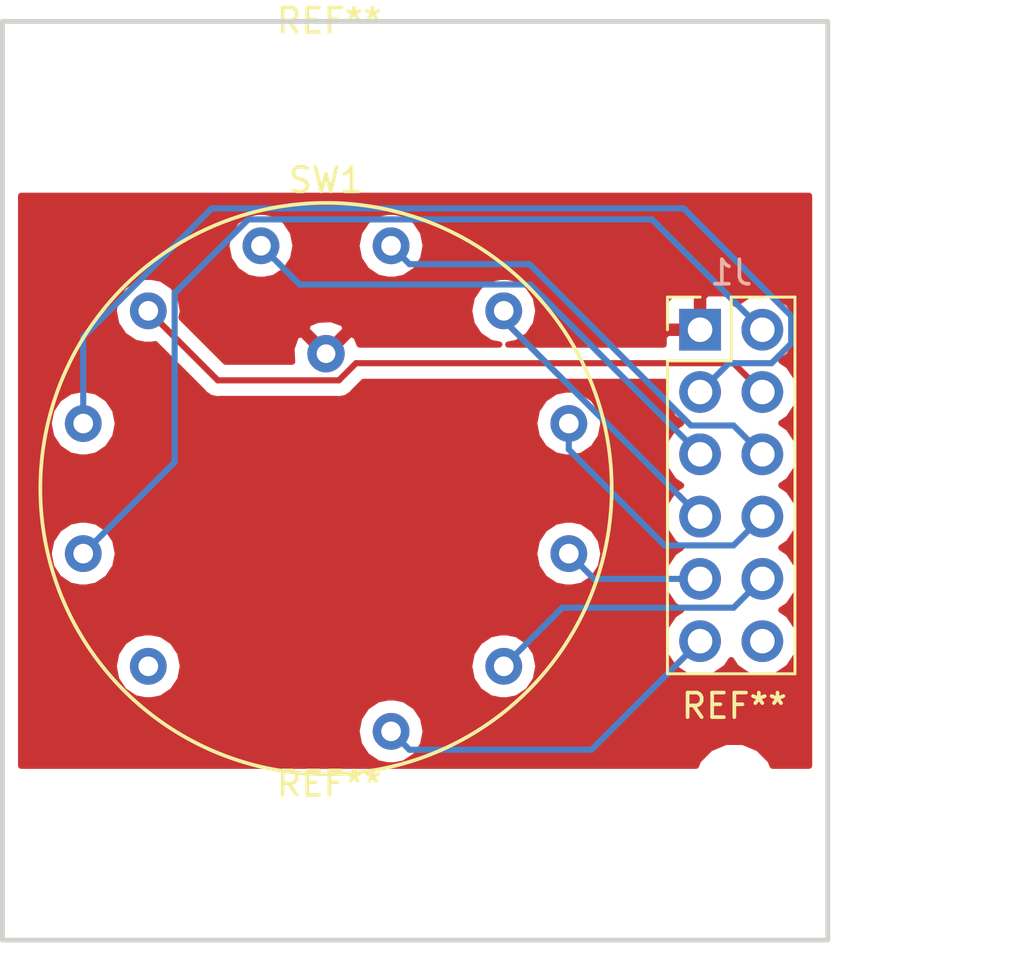
<source format=kicad_pcb>
(kicad_pcb (version 20171130) (host pcbnew "(5.0.1)-4")

  (general
    (thickness 1.6)
    (drawings 5)
    (tracks 47)
    (zones 0)
    (modules 5)
    (nets 14)
  )

  (page A4)
  (layers
    (0 F.Cu signal)
    (31 B.Cu signal)
    (32 B.Adhes user)
    (33 F.Adhes user)
    (34 B.Paste user)
    (35 F.Paste user)
    (36 B.SilkS user)
    (37 F.SilkS user)
    (38 B.Mask user)
    (39 F.Mask user)
    (40 Dwgs.User user)
    (41 Cmts.User user)
    (42 Eco1.User user)
    (43 Eco2.User user)
    (44 Edge.Cuts user)
    (45 Margin user)
    (46 B.CrtYd user)
    (47 F.CrtYd user)
    (48 B.Fab user)
    (49 F.Fab user)
  )

  (setup
    (last_trace_width 0.25)
    (trace_clearance 0.2)
    (zone_clearance 0.508)
    (zone_45_only no)
    (trace_min 0.2)
    (segment_width 0.2)
    (edge_width 0.15)
    (via_size 0.8)
    (via_drill 0.4)
    (via_min_size 0.4)
    (via_min_drill 0.3)
    (uvia_size 0.3)
    (uvia_drill 0.1)
    (uvias_allowed no)
    (uvia_min_size 0.2)
    (uvia_min_drill 0.1)
    (pcb_text_width 0.3)
    (pcb_text_size 1.5 1.5)
    (mod_edge_width 0.15)
    (mod_text_size 1 1)
    (mod_text_width 0.15)
    (pad_size 1.524 1.524)
    (pad_drill 0.762)
    (pad_to_mask_clearance 0.051)
    (solder_mask_min_width 0.25)
    (aux_axis_origin 0 0)
    (visible_elements FFFFFF7F)
    (pcbplotparams
      (layerselection 0x010fc_ffffffff)
      (usegerberextensions false)
      (usegerberattributes false)
      (usegerberadvancedattributes false)
      (creategerberjobfile false)
      (excludeedgelayer true)
      (linewidth 0.100000)
      (plotframeref false)
      (viasonmask false)
      (mode 1)
      (useauxorigin false)
      (hpglpennumber 1)
      (hpglpenspeed 20)
      (hpglpendiameter 15.000000)
      (psnegative false)
      (psa4output false)
      (plotreference true)
      (plotvalue true)
      (plotinvisibletext false)
      (padsonsilk false)
      (subtractmaskfromsilk false)
      (outputformat 1)
      (mirror false)
      (drillshape 0)
      (scaleselection 1)
      (outputdirectory ""))
  )

  (net 0 "")
  (net 1 "Net-(J1-Pad1)")
  (net 2 "Net-(J1-Pad2)")
  (net 3 "Net-(J1-Pad3)")
  (net 4 "Net-(J1-Pad4)")
  (net 5 "Net-(J1-Pad5)")
  (net 6 "Net-(J1-Pad6)")
  (net 7 "Net-(J1-Pad7)")
  (net 8 "Net-(J1-Pad8)")
  (net 9 "Net-(J1-Pad9)")
  (net 10 "Net-(J1-Pad10)")
  (net 11 "Net-(J1-Pad11)")
  (net 12 "Net-(J1-Pad12)")
  (net 13 "Net-(SW1-Pad1)")

  (net_class Default "This is the default net class."
    (clearance 0.2)
    (trace_width 0.25)
    (via_dia 0.8)
    (via_drill 0.4)
    (uvia_dia 0.3)
    (uvia_drill 0.1)
    (add_net "Net-(J1-Pad1)")
    (add_net "Net-(J1-Pad10)")
    (add_net "Net-(J1-Pad11)")
    (add_net "Net-(J1-Pad12)")
    (add_net "Net-(J1-Pad2)")
    (add_net "Net-(J1-Pad3)")
    (add_net "Net-(J1-Pad4)")
    (add_net "Net-(J1-Pad5)")
    (add_net "Net-(J1-Pad6)")
    (add_net "Net-(J1-Pad7)")
    (add_net "Net-(J1-Pad8)")
    (add_net "Net-(J1-Pad9)")
    (add_net "Net-(SW1-Pad1)")
  )

  (module MountingHole:MountingHole_2.2mm_M2 (layer F.Cu) (tedit 56D1B4CB) (tstamp 5C590D62)
    (at 117.475 63.5)
    (descr "Mounting Hole 2.2mm, no annular, M2")
    (tags "mounting hole 2.2mm no annular m2")
    (attr virtual)
    (fp_text reference REF** (at 0 -3.2) (layer F.SilkS)
      (effects (font (size 1 1) (thickness 0.15)))
    )
    (fp_text value MountingHole_2.2mm_M2 (at 0 3.2) (layer F.Fab)
      (effects (font (size 1 1) (thickness 0.15)))
    )
    (fp_circle (center 0 0) (end 2.45 0) (layer F.CrtYd) (width 0.05))
    (fp_circle (center 0 0) (end 2.2 0) (layer Cmts.User) (width 0.15))
    (fp_text user %R (at 0.3 0) (layer F.Fab)
      (effects (font (size 1 1) (thickness 0.15)))
    )
    (pad 1 np_thru_hole circle (at 0 0) (size 2.2 2.2) (drill 2.2) (layers *.Cu *.Mask))
  )

  (module MountingHole:MountingHole_2.2mm_M2 (layer F.Cu) (tedit 56D1B4CB) (tstamp 5C590D54)
    (at 100.965 66.675)
    (descr "Mounting Hole 2.2mm, no annular, M2")
    (tags "mounting hole 2.2mm no annular m2")
    (attr virtual)
    (fp_text reference REF** (at 0 -3.2) (layer F.SilkS)
      (effects (font (size 1 1) (thickness 0.15)))
    )
    (fp_text value MountingHole_2.2mm_M2 (at 0 3.2) (layer F.Fab)
      (effects (font (size 1 1) (thickness 0.15)))
    )
    (fp_text user %R (at 0.3 0) (layer F.Fab)
      (effects (font (size 1 1) (thickness 0.15)))
    )
    (fp_circle (center 0 0) (end 2.2 0) (layer Cmts.User) (width 0.15))
    (fp_circle (center 0 0) (end 2.45 0) (layer F.CrtYd) (width 0.05))
    (pad 1 np_thru_hole circle (at 0 0) (size 2.2 2.2) (drill 2.2) (layers *.Cu *.Mask))
  )

  (module Connector_PinHeader_2.54mm:PinHeader_2x06_P2.54mm_Vertical (layer F.Cu) (tedit 5C40219D) (tstamp 5C590BD5)
    (at 116.078 44.958)
    (descr "Through hole straight pin header, 2x06, 2.54mm pitch, double rows")
    (tags "Through hole pin header THT 2x06 2.54mm double row")
    (path /5C2FCA6E)
    (fp_text reference J1 (at 1.27 -2.33) (layer B.SilkS)
      (effects (font (size 1 1) (thickness 0.15)) (justify mirror))
    )
    (fp_text value Conn_02x06_Counter_Clockwise (at 1.27 15.03) (layer F.Fab)
      (effects (font (size 1 1) (thickness 0.15)))
    )
    (fp_line (start 0 -1.27) (end 3.81 -1.27) (layer F.Fab) (width 0.1))
    (fp_line (start 3.81 -1.27) (end 3.81 13.97) (layer F.Fab) (width 0.1))
    (fp_line (start 3.81 13.97) (end -1.27 13.97) (layer F.Fab) (width 0.1))
    (fp_line (start -1.27 13.97) (end -1.27 0) (layer F.Fab) (width 0.1))
    (fp_line (start -1.27 0) (end 0 -1.27) (layer F.Fab) (width 0.1))
    (fp_line (start -1.33 14.03) (end 3.87 14.03) (layer F.SilkS) (width 0.12))
    (fp_line (start -1.33 1.27) (end -1.33 14.03) (layer F.SilkS) (width 0.12))
    (fp_line (start 3.87 -1.33) (end 3.87 14.03) (layer F.SilkS) (width 0.12))
    (fp_line (start -1.33 1.27) (end 1.27 1.27) (layer F.SilkS) (width 0.12))
    (fp_line (start 1.27 1.27) (end 1.27 -1.33) (layer F.SilkS) (width 0.12))
    (fp_line (start 1.27 -1.33) (end 3.87 -1.33) (layer F.SilkS) (width 0.12))
    (fp_line (start -1.33 0) (end -1.33 -1.33) (layer F.SilkS) (width 0.12))
    (fp_line (start -1.33 -1.33) (end 0 -1.33) (layer F.SilkS) (width 0.12))
    (fp_line (start -1.8 -1.8) (end -1.8 14.5) (layer F.CrtYd) (width 0.05))
    (fp_line (start -1.8 14.5) (end 4.35 14.5) (layer F.CrtYd) (width 0.05))
    (fp_line (start 4.35 14.5) (end 4.35 -1.8) (layer F.CrtYd) (width 0.05))
    (fp_line (start 4.35 -1.8) (end -1.8 -1.8) (layer F.CrtYd) (width 0.05))
    (fp_text user %R (at 1.27 6.35 90) (layer F.Fab)
      (effects (font (size 1 1) (thickness 0.15)))
    )
    (pad 1 thru_hole rect (at 0 0) (size 1.7 1.7) (drill 1) (layers *.Cu *.Mask)
      (net 1 "Net-(J1-Pad1)"))
    (pad 2 thru_hole oval (at 2.54 0) (size 1.7 1.7) (drill 1) (layers *.Cu *.Mask)
      (net 2 "Net-(J1-Pad2)"))
    (pad 3 thru_hole oval (at 0 2.54) (size 1.7 1.7) (drill 1) (layers *.Cu *.Mask)
      (net 3 "Net-(J1-Pad3)"))
    (pad 4 thru_hole oval (at 2.54 2.54) (size 1.7 1.7) (drill 1) (layers *.Cu *.Mask)
      (net 4 "Net-(J1-Pad4)"))
    (pad 5 thru_hole oval (at 0 5.08) (size 1.7 1.7) (drill 1) (layers *.Cu *.Mask)
      (net 5 "Net-(J1-Pad5)"))
    (pad 6 thru_hole oval (at 2.54 5.08) (size 1.7 1.7) (drill 1) (layers *.Cu *.Mask)
      (net 6 "Net-(J1-Pad6)"))
    (pad 7 thru_hole oval (at 0 7.62) (size 1.7 1.7) (drill 1) (layers *.Cu *.Mask)
      (net 7 "Net-(J1-Pad7)"))
    (pad 8 thru_hole oval (at 2.54 7.62) (size 1.7 1.7) (drill 1) (layers *.Cu *.Mask)
      (net 8 "Net-(J1-Pad8)"))
    (pad 9 thru_hole oval (at 0 10.16) (size 1.7 1.7) (drill 1) (layers *.Cu *.Mask)
      (net 9 "Net-(J1-Pad9)"))
    (pad 10 thru_hole oval (at 2.54 10.16) (size 1.7 1.7) (drill 1) (layers *.Cu *.Mask)
      (net 10 "Net-(J1-Pad10)"))
    (pad 11 thru_hole oval (at 0 12.7) (size 1.7 1.7) (drill 1) (layers *.Cu *.Mask)
      (net 11 "Net-(J1-Pad11)"))
    (pad 12 thru_hole oval (at 2.54 12.7) (size 1.7 1.7) (drill 1) (layers *.Cu *.Mask)
      (net 12 "Net-(J1-Pad12)"))
    (model ${KISYS3DMOD}/Connector_PinHeader_2.54mm.3dshapes/PinHeader_2x06_P2.54mm_Vertical.wrl
      (at (xyz 0 0 0))
      (scale (xyz 1 1 1))
      (rotate (xyz 0 0 0))
    )
  )

  (module Custom:R25_Rotary (layer F.Cu) (tedit 5C3C2CDF) (tstamp 5C590C29)
    (at 100.825001 51.435)
    (path /5C2D5E26)
    (fp_text reference SW1 (at 0 -12.575) (layer F.SilkS)
      (effects (font (size 1 1) (thickness 0.15)))
    )
    (fp_text value SW_Rotary12 (at 0 12.575) (layer F.Fab)
      (effects (font (size 1 1) (thickness 0.15)))
    )
    (fp_circle (center 0 0) (end 0 11.5) (layer F.Fab) (width 0.15))
    (fp_circle (center 0 0) (end 0 11.65) (layer F.SilkS) (width 0.15))
    (fp_circle (center 0 0) (end 0 11.9) (layer F.CrtYd) (width 0.05))
    (pad 6 thru_hole oval (at 2.652895 -9.900739) (size 1.5 1.5) (drill 0.8) (layers *.Cu *.Mask)
      (net 6 "Net-(J1-Pad6)"))
    (pad 7 thru_hole oval (at 7.247844 -7.247844) (size 1.5 1.5) (drill 0.8) (layers *.Cu *.Mask)
      (net 7 "Net-(J1-Pad7)"))
    (pad 8 thru_hole oval (at 9.900739 -2.652895) (size 1.5 1.5) (drill 0.8) (layers *.Cu *.Mask)
      (net 8 "Net-(J1-Pad8)"))
    (pad 9 thru_hole oval (at 9.900739 2.652895) (size 1.5 1.5) (drill 0.8) (layers *.Cu *.Mask)
      (net 9 "Net-(J1-Pad9)"))
    (pad 10 thru_hole oval (at 7.247844 7.247844) (size 1.5 1.5) (drill 0.8) (layers *.Cu *.Mask)
      (net 10 "Net-(J1-Pad10)"))
    (pad 11 thru_hole oval (at 2.652895 9.900739) (size 1.5 1.5) (drill 0.8) (layers *.Cu *.Mask)
      (net 11 "Net-(J1-Pad11)"))
    (pad 1 thru_hole oval (at -7.247844 7.247844) (size 1.5 1.5) (drill 0.8) (layers *.Cu *.Mask)
      (net 13 "Net-(SW1-Pad1)"))
    (pad 2 thru_hole oval (at -9.900739 2.652895) (size 1.5 1.5) (drill 0.8) (layers *.Cu *.Mask)
      (net 2 "Net-(J1-Pad2)"))
    (pad 3 thru_hole oval (at -9.900739 -2.652895) (size 1.5 1.5) (drill 0.8) (layers *.Cu *.Mask)
      (net 3 "Net-(J1-Pad3)"))
    (pad 4 thru_hole oval (at -7.247844 -7.247844) (size 1.5 1.5) (drill 0.8) (layers *.Cu *.Mask)
      (net 4 "Net-(J1-Pad4)"))
    (pad 5 thru_hole oval (at -2.652895 -9.900739) (size 1.5 1.5) (drill 0.8) (layers *.Cu *.Mask)
      (net 5 "Net-(J1-Pad5)"))
    (pad 13 thru_hole circle (at 0 -5.5) (size 1.524 1.524) (drill 0.762) (layers *.Cu *.Mask)
      (net 1 "Net-(J1-Pad1)"))
  )

  (module MountingHole:MountingHole_2.2mm_M2 (layer F.Cu) (tedit 56D1B4CB) (tstamp 5C590D4B)
    (at 100.965 35.56)
    (descr "Mounting Hole 2.2mm, no annular, M2")
    (tags "mounting hole 2.2mm no annular m2")
    (attr virtual)
    (fp_text reference REF** (at 0 -3.2) (layer F.SilkS)
      (effects (font (size 1 1) (thickness 0.15)))
    )
    (fp_text value MountingHole_2.2mm_M2 (at 0 3.2) (layer F.Fab)
      (effects (font (size 1 1) (thickness 0.15)))
    )
    (fp_circle (center 0 0) (end 2.45 0) (layer F.CrtYd) (width 0.05))
    (fp_circle (center 0 0) (end 2.2 0) (layer Cmts.User) (width 0.15))
    (fp_text user %R (at 0.3 0) (layer F.Fab)
      (effects (font (size 1 1) (thickness 0.15)))
    )
    (pad 1 np_thru_hole circle (at 0 0) (size 2.2 2.2) (drill 2.2) (layers *.Cu *.Mask))
  )

  (gr_line (start 87.63 69.85) (end 87.63 39.37) (layer Edge.Cuts) (width 0.2))
  (gr_line (start 121.285 69.85) (end 87.63 69.85) (layer Edge.Cuts) (width 0.2))
  (gr_line (start 121.285 32.385) (end 121.285 69.85) (layer Edge.Cuts) (width 0.2))
  (gr_line (start 87.63 32.385) (end 121.285 32.385) (layer Edge.Cuts) (width 0.2))
  (gr_line (start 87.63 39.37) (end 87.63 32.385) (layer Edge.Cuts) (width 0.2))

  (segment (start 91.674261 53.337896) (end 90.924262 54.087895) (width 0.25) (layer B.Cu) (net 2))
  (segment (start 94.652158 50.359999) (end 91.674261 53.337896) (width 0.25) (layer B.Cu) (net 2))
  (segment (start 94.652158 43.463207) (end 94.652158 50.359999) (width 0.25) (layer B.Cu) (net 2))
  (segment (start 97.656105 40.45926) (end 94.652158 43.463207) (width 0.25) (layer B.Cu) (net 2))
  (segment (start 114.11926 40.45926) (end 97.656105 40.45926) (width 0.25) (layer B.Cu) (net 2))
  (segment (start 118.618 44.958) (end 114.11926 40.45926) (width 0.25) (layer B.Cu) (net 2))
  (segment (start 96.16406 40.009251) (end 90.924262 45.249049) (width 0.25) (layer B.Cu) (net 3))
  (segment (start 90.924262 45.249049) (end 90.924262 47.721445) (width 0.25) (layer B.Cu) (net 3))
  (segment (start 115.408253 40.009251) (end 96.16406 40.009251) (width 0.25) (layer B.Cu) (net 3))
  (segment (start 119.793001 45.522001) (end 119.793001 44.393999) (width 0.25) (layer B.Cu) (net 3))
  (segment (start 90.924262 47.721445) (end 90.924262 48.782105) (width 0.25) (layer B.Cu) (net 3))
  (segment (start 118.992003 46.322999) (end 119.793001 45.522001) (width 0.25) (layer B.Cu) (net 3))
  (segment (start 117.253001 46.322999) (end 118.992003 46.322999) (width 0.25) (layer B.Cu) (net 3))
  (segment (start 119.793001 44.393999) (end 115.408253 40.009251) (width 0.25) (layer B.Cu) (net 3))
  (segment (start 116.078 47.498) (end 117.253001 46.322999) (width 0.25) (layer B.Cu) (net 3))
  (segment (start 94.327156 44.937155) (end 93.577157 44.187156) (width 0.25) (layer F.Cu) (net 4))
  (segment (start 96.412002 47.022001) (end 94.327156 44.937155) (width 0.25) (layer F.Cu) (net 4))
  (segment (start 101.346762 47.022001) (end 96.412002 47.022001) (width 0.25) (layer F.Cu) (net 4))
  (segment (start 102.045764 46.322999) (end 101.346762 47.022001) (width 0.25) (layer F.Cu) (net 4))
  (segment (start 117.442999 46.322999) (end 102.045764 46.322999) (width 0.25) (layer F.Cu) (net 4))
  (segment (start 118.618 47.498) (end 117.442999 46.322999) (width 0.25) (layer F.Cu) (net 4))
  (segment (start 98.922105 42.28426) (end 98.172106 41.534261) (width 0.25) (layer B.Cu) (net 5))
  (segment (start 99.75 43.112155) (end 98.922105 42.28426) (width 0.25) (layer B.Cu) (net 5))
  (segment (start 109.152155 43.112155) (end 99.75 43.112155) (width 0.25) (layer B.Cu) (net 5))
  (segment (start 116.078 50.038) (end 109.152155 43.112155) (width 0.25) (layer B.Cu) (net 5))
  (segment (start 117.768001 49.188001) (end 118.618 50.038) (width 0.25) (layer B.Cu) (net 6))
  (segment (start 117.442999 48.862999) (end 117.768001 49.188001) (width 0.25) (layer B.Cu) (net 6))
  (segment (start 115.703997 48.862999) (end 117.442999 48.862999) (width 0.25) (layer B.Cu) (net 6))
  (segment (start 109.125258 42.28426) (end 115.703997 48.862999) (width 0.25) (layer B.Cu) (net 6))
  (segment (start 104.227895 42.28426) (end 109.125258 42.28426) (width 0.25) (layer B.Cu) (net 6))
  (segment (start 103.477896 41.534261) (end 104.227895 42.28426) (width 0.25) (layer B.Cu) (net 6))
  (segment (start 108.072845 44.572845) (end 108.072845 44.187156) (width 0.25) (layer B.Cu) (net 7))
  (segment (start 116.078 52.578) (end 108.072845 44.572845) (width 0.25) (layer B.Cu) (net 7))
  (segment (start 110.72574 49.842765) (end 110.72574 48.782105) (width 0.25) (layer B.Cu) (net 8))
  (segment (start 114.635976 53.753001) (end 110.72574 49.842765) (width 0.25) (layer B.Cu) (net 8))
  (segment (start 117.442999 53.753001) (end 114.635976 53.753001) (width 0.25) (layer B.Cu) (net 8))
  (segment (start 118.618 52.578) (end 117.442999 53.753001) (width 0.25) (layer B.Cu) (net 8))
  (segment (start 111.755845 55.118) (end 116.078 55.118) (width 0.25) (layer B.Cu) (net 9))
  (segment (start 110.72574 54.087895) (end 111.755845 55.118) (width 0.25) (layer B.Cu) (net 9))
  (segment (start 108.822844 57.932845) (end 108.072845 58.682844) (width 0.25) (layer B.Cu) (net 10))
  (segment (start 110.462688 56.293001) (end 108.822844 57.932845) (width 0.25) (layer B.Cu) (net 10))
  (segment (start 117.442999 56.293001) (end 110.462688 56.293001) (width 0.25) (layer B.Cu) (net 10))
  (segment (start 118.618 55.118) (end 117.442999 56.293001) (width 0.25) (layer B.Cu) (net 10))
  (segment (start 115.228001 58.507999) (end 116.078 57.658) (width 0.25) (layer B.Cu) (net 11))
  (segment (start 111.650262 62.085738) (end 115.228001 58.507999) (width 0.25) (layer B.Cu) (net 11))
  (segment (start 104.227895 62.085738) (end 111.650262 62.085738) (width 0.25) (layer B.Cu) (net 11))
  (segment (start 103.477896 61.335739) (end 104.227895 62.085738) (width 0.25) (layer B.Cu) (net 11))

  (zone (net 1) (net_name "Net-(J1-Pad1)") (layer F.Cu) (tstamp 5C590D8E) (hatch edge 0.508)
    (connect_pads (clearance 0.508))
    (min_thickness 0.254)
    (fill yes (arc_segments 16) (thermal_gap 0.508) (thermal_bridge_width 0.508))
    (polygon
      (pts
        (xy 88.265 51.435) (xy 88.265 39.37) (xy 120.65 39.37) (xy 120.65 62.865) (xy 88.265 62.865)
      )
    )
    (filled_polygon
      (pts
        (xy 120.523 62.738) (xy 119.03732 62.738) (xy 118.945862 62.517201) (xy 118.457799 62.029138) (xy 117.820113 61.765)
        (xy 117.129887 61.765) (xy 116.492201 62.029138) (xy 116.004138 62.517201) (xy 115.91268 62.738) (xy 88.392 62.738)
        (xy 88.392 61.335739) (xy 102.065763 61.335739) (xy 102.173255 61.876139) (xy 102.479367 62.334268) (xy 102.937496 62.64038)
        (xy 103.341489 62.720739) (xy 103.614303 62.720739) (xy 104.018296 62.64038) (xy 104.476425 62.334268) (xy 104.782537 61.876139)
        (xy 104.890029 61.335739) (xy 104.782537 60.795339) (xy 104.476425 60.33721) (xy 104.018296 60.031098) (xy 103.614303 59.950739)
        (xy 103.341489 59.950739) (xy 102.937496 60.031098) (xy 102.479367 60.33721) (xy 102.173255 60.795339) (xy 102.065763 61.335739)
        (xy 88.392 61.335739) (xy 88.392 58.682844) (xy 92.165024 58.682844) (xy 92.272516 59.223244) (xy 92.578628 59.681373)
        (xy 93.036757 59.987485) (xy 93.44075 60.067844) (xy 93.713564 60.067844) (xy 94.117557 59.987485) (xy 94.575686 59.681373)
        (xy 94.881798 59.223244) (xy 94.98929 58.682844) (xy 106.660712 58.682844) (xy 106.768204 59.223244) (xy 107.074316 59.681373)
        (xy 107.532445 59.987485) (xy 107.936438 60.067844) (xy 108.209252 60.067844) (xy 108.613245 59.987485) (xy 109.071374 59.681373)
        (xy 109.377486 59.223244) (xy 109.484978 58.682844) (xy 109.377486 58.142444) (xy 109.071374 57.684315) (xy 108.613245 57.378203)
        (xy 108.209252 57.297844) (xy 107.936438 57.297844) (xy 107.532445 57.378203) (xy 107.074316 57.684315) (xy 106.768204 58.142444)
        (xy 106.660712 58.682844) (xy 94.98929 58.682844) (xy 94.881798 58.142444) (xy 94.575686 57.684315) (xy 94.117557 57.378203)
        (xy 93.713564 57.297844) (xy 93.44075 57.297844) (xy 93.036757 57.378203) (xy 92.578628 57.684315) (xy 92.272516 58.142444)
        (xy 92.165024 58.682844) (xy 88.392 58.682844) (xy 88.392 54.087895) (xy 89.512129 54.087895) (xy 89.619621 54.628295)
        (xy 89.925733 55.086424) (xy 90.383862 55.392536) (xy 90.787855 55.472895) (xy 91.060669 55.472895) (xy 91.464662 55.392536)
        (xy 91.922791 55.086424) (xy 92.228903 54.628295) (xy 92.336395 54.087895) (xy 109.313607 54.087895) (xy 109.421099 54.628295)
        (xy 109.727211 55.086424) (xy 110.18534 55.392536) (xy 110.589333 55.472895) (xy 110.862147 55.472895) (xy 111.26614 55.392536)
        (xy 111.724269 55.086424) (xy 112.030381 54.628295) (xy 112.137873 54.087895) (xy 112.030381 53.547495) (xy 111.724269 53.089366)
        (xy 111.26614 52.783254) (xy 110.862147 52.702895) (xy 110.589333 52.702895) (xy 110.18534 52.783254) (xy 109.727211 53.089366)
        (xy 109.421099 53.547495) (xy 109.313607 54.087895) (xy 92.336395 54.087895) (xy 92.228903 53.547495) (xy 91.922791 53.089366)
        (xy 91.464662 52.783254) (xy 91.060669 52.702895) (xy 90.787855 52.702895) (xy 90.383862 52.783254) (xy 89.925733 53.089366)
        (xy 89.619621 53.547495) (xy 89.512129 54.087895) (xy 88.392 54.087895) (xy 88.392 48.782105) (xy 89.512129 48.782105)
        (xy 89.619621 49.322505) (xy 89.925733 49.780634) (xy 90.383862 50.086746) (xy 90.787855 50.167105) (xy 91.060669 50.167105)
        (xy 91.464662 50.086746) (xy 91.922791 49.780634) (xy 92.228903 49.322505) (xy 92.336395 48.782105) (xy 109.313607 48.782105)
        (xy 109.421099 49.322505) (xy 109.727211 49.780634) (xy 110.18534 50.086746) (xy 110.589333 50.167105) (xy 110.862147 50.167105)
        (xy 111.26614 50.086746) (xy 111.724269 49.780634) (xy 112.030381 49.322505) (xy 112.137873 48.782105) (xy 112.030381 48.241705)
        (xy 111.724269 47.783576) (xy 111.26614 47.477464) (xy 110.862147 47.397105) (xy 110.589333 47.397105) (xy 110.18534 47.477464)
        (xy 109.727211 47.783576) (xy 109.421099 48.241705) (xy 109.313607 48.782105) (xy 92.336395 48.782105) (xy 92.228903 48.241705)
        (xy 91.922791 47.783576) (xy 91.464662 47.477464) (xy 91.060669 47.397105) (xy 90.787855 47.397105) (xy 90.383862 47.477464)
        (xy 89.925733 47.783576) (xy 89.619621 48.241705) (xy 89.512129 48.782105) (xy 88.392 48.782105) (xy 88.392 44.187156)
        (xy 92.165024 44.187156) (xy 92.272516 44.727556) (xy 92.578628 45.185685) (xy 93.036757 45.491797) (xy 93.44075 45.572156)
        (xy 93.713564 45.572156) (xy 93.858522 45.543322) (xy 95.821675 47.506477) (xy 95.864073 47.56993) (xy 95.927526 47.612328)
        (xy 95.927528 47.61233) (xy 96.052904 47.696103) (xy 96.115465 47.737905) (xy 96.33715 47.782001) (xy 96.337154 47.782001)
        (xy 96.412001 47.796889) (xy 96.486848 47.782001) (xy 101.271915 47.782001) (xy 101.346762 47.796889) (xy 101.421609 47.782001)
        (xy 101.421614 47.782001) (xy 101.643299 47.737905) (xy 101.894691 47.56993) (xy 101.937093 47.506471) (xy 102.360566 47.082999)
        (xy 114.646457 47.082999) (xy 114.563908 47.498) (xy 114.679161 48.077418) (xy 115.007375 48.568625) (xy 115.305761 48.768)
        (xy 115.007375 48.967375) (xy 114.679161 49.458582) (xy 114.563908 50.038) (xy 114.679161 50.617418) (xy 115.007375 51.108625)
        (xy 115.305761 51.308) (xy 115.007375 51.507375) (xy 114.679161 51.998582) (xy 114.563908 52.578) (xy 114.679161 53.157418)
        (xy 115.007375 53.648625) (xy 115.305761 53.848) (xy 115.007375 54.047375) (xy 114.679161 54.538582) (xy 114.563908 55.118)
        (xy 114.679161 55.697418) (xy 115.007375 56.188625) (xy 115.305761 56.388) (xy 115.007375 56.587375) (xy 114.679161 57.078582)
        (xy 114.563908 57.658) (xy 114.679161 58.237418) (xy 115.007375 58.728625) (xy 115.498582 59.056839) (xy 115.931744 59.143)
        (xy 116.224256 59.143) (xy 116.657418 59.056839) (xy 117.148625 58.728625) (xy 117.348 58.430239) (xy 117.547375 58.728625)
        (xy 118.038582 59.056839) (xy 118.471744 59.143) (xy 118.764256 59.143) (xy 119.197418 59.056839) (xy 119.688625 58.728625)
        (xy 120.016839 58.237418) (xy 120.132092 57.658) (xy 120.016839 57.078582) (xy 119.688625 56.587375) (xy 119.390239 56.388)
        (xy 119.688625 56.188625) (xy 120.016839 55.697418) (xy 120.132092 55.118) (xy 120.016839 54.538582) (xy 119.688625 54.047375)
        (xy 119.390239 53.848) (xy 119.688625 53.648625) (xy 120.016839 53.157418) (xy 120.132092 52.578) (xy 120.016839 51.998582)
        (xy 119.688625 51.507375) (xy 119.390239 51.308) (xy 119.688625 51.108625) (xy 120.016839 50.617418) (xy 120.132092 50.038)
        (xy 120.016839 49.458582) (xy 119.688625 48.967375) (xy 119.390239 48.768) (xy 119.688625 48.568625) (xy 120.016839 48.077418)
        (xy 120.132092 47.498) (xy 120.016839 46.918582) (xy 119.688625 46.427375) (xy 119.390239 46.228) (xy 119.688625 46.028625)
        (xy 120.016839 45.537418) (xy 120.132092 44.958) (xy 120.016839 44.378582) (xy 119.688625 43.887375) (xy 119.197418 43.559161)
        (xy 118.764256 43.473) (xy 118.471744 43.473) (xy 118.038582 43.559161) (xy 117.547375 43.887375) (xy 117.532904 43.909032)
        (xy 117.466327 43.748301) (xy 117.287698 43.569673) (xy 117.054309 43.473) (xy 116.36375 43.473) (xy 116.205 43.63175)
        (xy 116.205 44.831) (xy 116.225 44.831) (xy 116.225 45.085) (xy 116.205 45.085) (xy 116.205 45.105)
        (xy 115.951 45.105) (xy 115.951 45.085) (xy 114.75175 45.085) (xy 114.593 45.24375) (xy 114.593 45.562999)
        (xy 108.255287 45.562999) (xy 108.613245 45.491797) (xy 109.071374 45.185685) (xy 109.377486 44.727556) (xy 109.484978 44.187156)
        (xy 109.444109 43.98169) (xy 114.593 43.98169) (xy 114.593 44.67225) (xy 114.75175 44.831) (xy 115.951 44.831)
        (xy 115.951 43.63175) (xy 115.79225 43.473) (xy 115.101691 43.473) (xy 114.868302 43.569673) (xy 114.689673 43.748301)
        (xy 114.593 43.98169) (xy 109.444109 43.98169) (xy 109.377486 43.646756) (xy 109.071374 43.188627) (xy 108.613245 42.882515)
        (xy 108.209252 42.802156) (xy 107.936438 42.802156) (xy 107.532445 42.882515) (xy 107.074316 43.188627) (xy 106.768204 43.646756)
        (xy 106.660712 44.187156) (xy 106.768204 44.727556) (xy 107.074316 45.185685) (xy 107.532445 45.491797) (xy 107.890403 45.562999)
        (xy 102.19616 45.562999) (xy 102.047398 45.203857) (xy 101.805214 45.134392) (xy 101.004606 45.935) (xy 101.018749 45.949143)
        (xy 100.839144 46.128748) (xy 100.825001 46.114605) (xy 100.810859 46.128748) (xy 100.631254 45.949143) (xy 100.645396 45.935)
        (xy 99.844788 45.134392) (xy 99.602604 45.203857) (xy 99.415857 45.727302) (xy 99.44262 46.262001) (xy 96.726805 46.262001)
        (xy 95.41959 44.954787) (xy 100.024393 44.954787) (xy 100.825001 45.755395) (xy 101.625609 44.954787) (xy 101.556144 44.712603)
        (xy 101.032699 44.525856) (xy 100.477633 44.553638) (xy 100.093858 44.712603) (xy 100.024393 44.954787) (xy 95.41959 44.954787)
        (xy 94.933323 44.468521) (xy 94.98929 44.187156) (xy 94.881798 43.646756) (xy 94.575686 43.188627) (xy 94.117557 42.882515)
        (xy 93.713564 42.802156) (xy 93.44075 42.802156) (xy 93.036757 42.882515) (xy 92.578628 43.188627) (xy 92.272516 43.646756)
        (xy 92.165024 44.187156) (xy 88.392 44.187156) (xy 88.392 41.534261) (xy 96.759973 41.534261) (xy 96.867465 42.074661)
        (xy 97.173577 42.53279) (xy 97.631706 42.838902) (xy 98.035699 42.919261) (xy 98.308513 42.919261) (xy 98.712506 42.838902)
        (xy 99.170635 42.53279) (xy 99.476747 42.074661) (xy 99.584239 41.534261) (xy 102.065763 41.534261) (xy 102.173255 42.074661)
        (xy 102.479367 42.53279) (xy 102.937496 42.838902) (xy 103.341489 42.919261) (xy 103.614303 42.919261) (xy 104.018296 42.838902)
        (xy 104.476425 42.53279) (xy 104.782537 42.074661) (xy 104.890029 41.534261) (xy 104.782537 40.993861) (xy 104.476425 40.535732)
        (xy 104.018296 40.22962) (xy 103.614303 40.149261) (xy 103.341489 40.149261) (xy 102.937496 40.22962) (xy 102.479367 40.535732)
        (xy 102.173255 40.993861) (xy 102.065763 41.534261) (xy 99.584239 41.534261) (xy 99.476747 40.993861) (xy 99.170635 40.535732)
        (xy 98.712506 40.22962) (xy 98.308513 40.149261) (xy 98.035699 40.149261) (xy 97.631706 40.22962) (xy 97.173577 40.535732)
        (xy 96.867465 40.993861) (xy 96.759973 41.534261) (xy 88.392 41.534261) (xy 88.392 39.497) (xy 120.523 39.497)
      )
    )
  )
)

</source>
